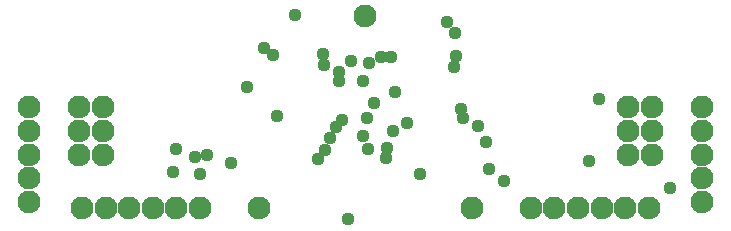
<source format=gbr>
G04 EAGLE Gerber X2 export*
G04 #@! %TF.Part,Single*
G04 #@! %TF.FileFunction,Soldermask,Bot,1*
G04 #@! %TF.FilePolarity,Negative*
G04 #@! %TF.GenerationSoftware,Autodesk,EAGLE,8.6.0*
G04 #@! %TF.CreationDate,2018-03-03T07:32:50Z*
G75*
%MOMM*%
%FSLAX34Y34*%
%LPD*%
%AMOC8*
5,1,8,0,0,1.08239X$1,22.5*%
G01*
%ADD10C,1.930400*%
%ADD11C,1.112000*%


D10*
X80000Y55000D03*
X100000Y55000D03*
X120000Y55000D03*
X140000Y55000D03*
X160000Y55000D03*
X480000Y55000D03*
X500000Y55000D03*
X520000Y55000D03*
X540000Y55000D03*
X560000Y55000D03*
X605000Y140000D03*
X605000Y120000D03*
X605000Y100000D03*
X605000Y80000D03*
X605000Y60000D03*
X35000Y60000D03*
X35000Y80000D03*
X35000Y100000D03*
X35000Y120000D03*
X35000Y140000D03*
X180000Y55000D03*
X460000Y55000D03*
X542500Y100000D03*
X542500Y120000D03*
X542500Y140000D03*
X562500Y100000D03*
X562500Y120000D03*
X562500Y140000D03*
X97500Y100000D03*
X97500Y120000D03*
X97500Y140000D03*
X77500Y100000D03*
X77500Y120000D03*
X77500Y140000D03*
X230000Y55000D03*
X410000Y55000D03*
X320000Y217000D03*
D11*
X206000Y93000D03*
X345000Y153000D03*
X389000Y212000D03*
X308000Y179000D03*
X425000Y88000D03*
X509000Y95000D03*
X297500Y170000D03*
X317900Y162100D03*
X260000Y218000D03*
X300000Y129000D03*
X220000Y157000D03*
X160000Y105186D03*
X366000Y84000D03*
X343000Y120000D03*
X396000Y203000D03*
X323000Y178000D03*
X396611Y183611D03*
X342000Y182286D03*
X395000Y174000D03*
X333328Y182286D03*
X285000Y176000D03*
X180000Y84000D03*
X186000Y100000D03*
X242000Y184186D03*
X284000Y185000D03*
X157000Y85000D03*
X176000Y98000D03*
X234200Y190000D03*
X280000Y96000D03*
X290000Y114000D03*
X295000Y123186D03*
X355000Y127000D03*
X437000Y78000D03*
X338000Y106000D03*
X422000Y111000D03*
X322000Y105000D03*
X305000Y45600D03*
X286000Y104000D03*
X415000Y124000D03*
X403000Y131000D03*
X401000Y139000D03*
X518000Y147000D03*
X297512Y162436D03*
X578000Y72000D03*
X318000Y116000D03*
X337000Y97000D03*
X321000Y131000D03*
X327000Y144000D03*
X245000Y132814D03*
M02*

</source>
